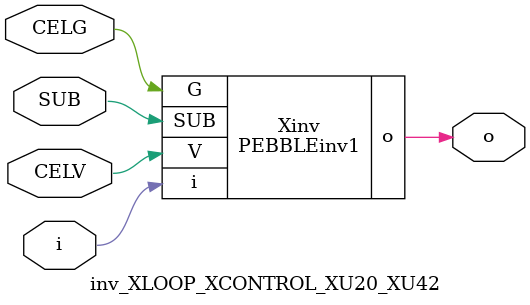
<source format=v>



module PEBBLEinv1 ( o, G, SUB, V, i );

  input V;
  input i;
  input G;
  output o;
  input SUB;
endmodule

//Celera Confidential Do Not Copy inv_XLOOP_XCONTROL_XU20_XU42
//Celera Confidential Symbol Generator
//5V Inverter
module inv_XLOOP_XCONTROL_XU20_XU42 (CELV,CELG,i,o,SUB);
input CELV;
input CELG;
input i;
input SUB;
output o;

//Celera Confidential Do Not Copy inv
PEBBLEinv1 Xinv(
.V (CELV),
.i (i),
.o (o),
.SUB (SUB),
.G (CELG)
);
//,diesize,PEBBLEinv1

//Celera Confidential Do Not Copy Module End
//Celera Schematic Generator
endmodule

</source>
